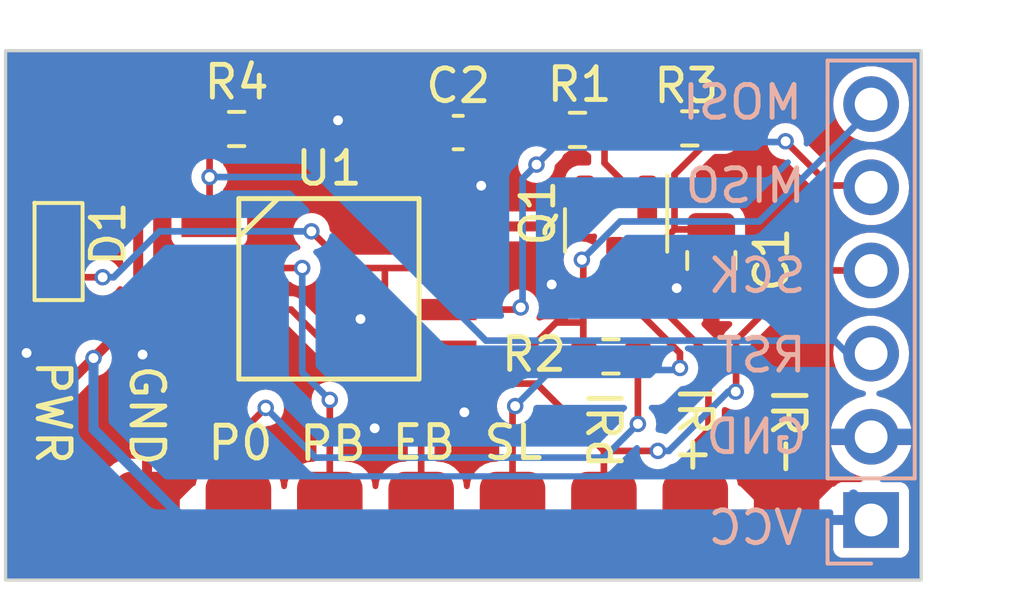
<source format=kicad_pcb>
(kicad_pcb (version 20221018) (generator pcbnew)
  (layers (0 "F.Cu" signal) (31 "B.Cu" signal) (34 "B.Paste" user) (35 "F.Paste" user) (36 "B.SilkS" user "B.Silkscreen") (37 "F.SilkS" user "F.Silkscreen") (38 "B.Mask" user) (39 "F.Mask" user) (44 "Edge.Cuts" user))
  (net 0 "")
  (net 1 "GND")
  (net 2 "VCC")
  (net 3 "/IRd")
  (net 4 "/SL")
  (net 5 "/PO")
  (net 6 "/IRs")
  (net 7 "/IR+")
  (net 8 "/PB")
  (net 9 "/EB")
  (net 10 "Net-(Q1-B)")
  (net 11 "Net-(J2-Pin_3)")
  (net 12 "Net-(J2-Pin_5)")
  (net 13 "Net-(J2-Pin_6)")
  (footprint "Resistor_SMD:R_0603_1608Metric" (layer "F.Cu") (at 82.991 74.937 180)
    (fp_text reference "R3" (at 0.107 1.297) (layer "F.SilkS"))
    (fp_text value "100R")
    (fp_line (start -0.237258 -0.5225) (end 0.237258 -0.5225) (stroke (width 0.12)) (layer "F.SilkS"))
    (fp_line (start -0.237258 0.5225) (end 0.237258 0.5225) (stroke (width 0.12)) (layer "F.SilkS"))
    (pad "1" smd roundrect (at -0.825 0 180) (size 0.8 0.95) (layers "F.Cu" "F.Paste" "F.Mask") (net 7 "/IR+"))
    (pad "2" smd roundrect (at 0.825 0 180) (size 0.8 0.95) (layers "F.Cu" "F.Paste" "F.Mask") (net 2 "VCC"))
  )
  (footprint "Resistor_SMD:R_0603_1608Metric" (layer "F.Cu") (at 69.165 74.956)
    (fp_text reference "R4" (at 0 -1.43) (layer "F.SilkS"))
    (fp_text value "10k")
    (fp_line (start -0.237258 -0.5225) (end 0.237258 -0.5225) (stroke (width 0.12)) (layer "F.SilkS"))
    (fp_line (start -0.237258 0.5225) (end 0.237258 0.5225) (stroke (width 0.12)) (layer "F.SilkS"))
    (pad "1" smd roundrect (at -0.825 0) (size 0.8 0.95) (layers "F.Cu" "F.Paste" "F.Mask") (net 11 "Net-(J2-Pin_3)"))
    (pad "2" smd roundrect (at 0.825 0) (size 0.8 0.95) (layers "F.Cu" "F.Paste" "F.Mask") (net 2 "VCC"))
  )
  (footprint "Package_TO_SOT_SMD:SOT-23" (layer "F.Cu") (at 80.743 78.052 -90)
    (fp_text reference "Q1" (at -0.537 2.388 90) (layer "F.SilkS"))
    (fp_text value "2N3906")
    (fp_line (start 0 -1.56) (end -1.675 -1.56) (stroke (width 0.12)) (layer "F.SilkS"))
    (fp_line (start 0 -1.56) (end 0.65 -1.56) (stroke (width 0.12)) (layer "F.SilkS"))
    (fp_line (start 0 1.56) (end -0.65 1.56) (stroke (width 0.12)) (layer "F.SilkS"))
    (fp_line (start 0 1.56) (end 0.65 1.56) (stroke (width 0.12)) (layer "F.SilkS"))
    (pad "1" smd roundrect (at -0.9375 -0.95 270) (size 1.475 0.6) (layers "F.Cu" "F.Paste" "F.Mask") (net 10 "Net-(Q1-B)"))
    (pad "2" smd roundrect (at -0.9375 0.95 270) (size 1.475 0.6) (layers "F.Cu" "F.Paste" "F.Mask") (net 2 "VCC"))
    (pad "3" smd roundrect (at 0.9375 0 270) (size 1.475 0.6) (layers "F.Cu" "F.Paste" "F.Mask") (net 4 "/SL"))
  )
  (footprint "Library:SMDPAD" (layer "F.Cu") (at 83.158375 86.923 90)
    (fp_text reference "TP9" hide)
    (fp_text value "SMD2")
    (pad "1" smd roundrect (at 0 0 90) (size 3 2) (layers "F.Cu" "F.Paste" "F.Mask") (net 7 "/IR+"))
  )
  (footprint "Diode_SMD:D_0603_1608Metric" (layer "F.Cu") (at 63.735 78.695 90)
    (fp_text reference "D1" (at 0.541 1.512 270) (layer "F.SilkS"))
    (fp_text value "D_Schottky")
    (fp_line (start -1.485 -0.735) (end -1.485 0.735) (stroke (width 0.12)) (layer "F.SilkS"))
    (fp_line (start -1.485 0.735) (end 1.46 0.73) (stroke (width 0.12)) (layer "F.SilkS"))
    (fp_line (start 1.48 -0.745) (end 1.48 0.725) (stroke (width 0.12)) (layer "F.SilkS"))
    (fp_line (start 1.49 -0.735) (end -1.485 -0.735) (stroke (width 0.12)) (layer "F.SilkS"))
    (pad "1" smd roundrect (at -0.7875 0 90) (size 0.875 0.95) (layers "F.Cu" "F.Paste" "F.Mask") (net 3 "/IRd"))
    (pad "2" smd roundrect (at 0.7875 0 90) (size 0.875 0.95) (layers "F.Cu" "F.Paste" "F.Mask") (net 6 "/IRs"))
  )
  (footprint "Library:SMDPAD" (layer "F.Cu") (at 72.007875 86.923 90)
    (fp_text reference "TP6" hide)
    (fp_text value "SMD2")
    (pad "1" smd roundrect (at 0 0 90) (size 3 2) (layers "F.Cu" "F.Paste" "F.Mask") (net 8 "/PB"))
  )
  (footprint "Library:SMDPAD" (layer "F.Cu") (at 74.7955 86.923 90)
    (fp_text reference "TP7" hide)
    (fp_text value "SMD2")
    (pad "1" smd roundrect (at 0 0 90) (size 3 2) (layers "F.Cu" "F.Paste" "F.Mask") (net 9 "/EB"))
  )
  (footprint "Library:SMDPAD" (layer "F.Cu") (at 66.432625 86.923 90)
    (fp_text reference "TP2" hide)
    (fp_text value "SMD2")
    (pad "1" smd roundrect (at 0 0 90) (size 3 2) (layers "F.Cu" "F.Paste" "F.Mask") (net 1 "GND"))
  )
  (footprint "Library:SMDPAD" (layer "F.Cu") (at 69.22025 86.923 90)
    (fp_text reference "TP4" hide)
    (fp_text value "SMD2")
    (pad "1" smd roundrect (at 0 0 90) (size 3 2) (layers "F.Cu" "F.Paste" "F.Mask") (net 5 "/PO"))
  )
  (footprint "Library:SMDPAD" (layer "F.Cu") (at 80.37075 86.923 90)
    (fp_text reference "TP5" hide)
    (fp_text value "SMD2")
    (pad "1" smd roundrect (at 0 0 90) (size 3 2) (layers "F.Cu" "F.Paste" "F.Mask") (net 3 "/IRd"))
  )
  (footprint "Library:SMDPAD" (layer "F.Cu") (at 63.645 74.592 90)
    (fp_text reference "TP8" hide)
    (fp_text value "SMD2")
    (pad "1" smd roundrect (at 0 0 90) (size 3 2) (layers "F.Cu" "F.Paste" "F.Mask") (net 6 "/IRs"))
  )
  (footprint "Resistor_SMD:R_0603_1608Metric" (layer "F.Cu") (at 80.585 81.9 180)
    (fp_text reference "R2" (at 2.349 0.06) (layer "F.SilkS"))
    (fp_text value "10k")
    (fp_line (start -0.237258 -0.5225) (end 0.237258 -0.5225) (stroke (width 0.12)) (layer "F.SilkS"))
    (fp_line (start -0.237258 0.5225) (end 0.237258 0.5225) (stroke (width 0.12)) (layer "F.SilkS"))
    (pad "1" smd roundrect (at -0.825 0 180) (size 0.8 0.95) (layers "F.Cu" "F.Paste" "F.Mask") (net 5 "/PO"))
    (pad "2" smd roundrect (at 0.825 0 180) (size 0.8 0.95) (layers "F.Cu" "F.Paste" "F.Mask") (net 13 "Net-(J2-Pin_6)"))
  )
  (footprint "Library:SMDPAD" (layer "F.Cu") (at 77.583125 86.923 90)
    (fp_text reference "TP3" hide)
    (fp_text value "SMD2")
    (pad "1" smd roundrect (at 0 0 90) (size 3 2) (layers "F.Cu" "F.Paste" "F.Mask") (net 4 "/SL"))
  )
  (footprint "Capacitor_SMD:C_0603_1608Metric" (layer "F.Cu") (at 75.927 75.064)
    (fp_text reference "C2" (at 0 -1.43) (layer "F.SilkS"))
    (fp_text value "0.1uF")
    (fp_line (start -0.14058 -0.51) (end 0.14058 -0.51) (stroke (width 0.12)) (layer "F.SilkS"))
    (fp_line (start -0.14058 0.51) (end 0.14058 0.51) (stroke (width 0.12)) (layer "F.SilkS"))
    (pad "1" smd roundrect (at -0.775 0) (size 0.9 0.95) (layers "F.Cu" "F.Paste" "F.Mask") (net 2 "VCC"))
    (pad "2" smd roundrect (at 0.775 0) (size 0.9 0.95) (layers "F.Cu" "F.Paste" "F.Mask") (net 1 "GND"))
  )
  (footprint "Resistor_SMD:R_0603_1608Metric" (layer "F.Cu") (at 79.565 74.982 180)
    (fp_text reference "R1" (at -0.064 1.383) (layer "F.SilkS"))
    (fp_text value "10k")
    (fp_line (start -0.237258 -0.5225) (end 0.237258 -0.5225) (stroke (width 0.12)) (layer "F.SilkS"))
    (fp_line (start -0.237258 0.5225) (end 0.237258 0.5225) (stroke (width 0.12)) (layer "F.SilkS"))
    (pad "1" smd roundrect (at -0.825 0 180) (size 0.8 0.95) (layers "F.Cu" "F.Paste" "F.Mask") (net 10 "Net-(Q1-B)"))
    (pad "2" smd roundrect (at 0.825 0 180) (size 0.8 0.95) (layers "F.Cu" "F.Paste" "F.Mask") (net 12 "Net-(J2-Pin_5)"))
  )
  (footprint "Library:SMDPAD" (layer "F.Cu") (at 63.645 86.923 90)
    (fp_text reference "TP1" hide)
    (fp_text value "SMD2")
    (pad "1" smd roundrect (at 0 0 90) (size 3 2) (layers "F.Cu" "F.Paste" "F.Mask") (net 2 "VCC"))
  )
  (footprint "Capacitor_SMD:C_0805_2012Metric" (layer "F.Cu") (at 83.648 78.972 -90)
    (fp_text reference "C1" (at -0.028 -1.845 90) (layer "F.SilkS"))
    (fp_text value "4.7uF")
    (fp_line (start -0.261252 -0.735) (end 0.261252 -0.735) (stroke (width 0.12)) (layer "F.SilkS"))
    (fp_line (start -0.261252 0.735) (end 0.261252 0.735) (stroke (width 0.12)) (layer "F.SilkS"))
    (pad "1" smd roundrect (at -0.95 0 270) (size 1 1.45) (layers "F.Cu" "F.Paste" "F.Mask") (net 7 "/IR+"))
    (pad "2" smd roundrect (at 0.95 0 270) (size 1 1.45) (layers "F.Cu" "F.Paste" "F.Mask") (net 1 "GND"))
  )
  (footprint "Library:SMDPAD" (layer "F.Cu") (at 85.946 86.923 90)
    (fp_text reference "TP10" hide)
    (fp_text value "SMD2")
    (pad "1" smd roundrect (at 0 0 90) (size 3 2) (layers "F.Cu" "F.Paste" "F.Mask") (net 1 "GND"))
  )
  (footprint "Package_SO:SOIC-8W_5.3x5.3mm_P1.27mm" (layer "F.Cu") (at 71.982 79.836)
    (fp_text reference "U1" (at 0 -3.68) (layer "F.SilkS"))
    (fp_text value "ATtiny45-20S")
    (fp_line (start -2.75 -2.755) (end 2.75 -2.755) (stroke (width 0.15)) (layer "F.SilkS"))
    (fp_line (start -2.75 2.755) (end -2.75 -2.755) (stroke (width 0.15)) (layer "F.SilkS"))
    (fp_line (start -2.75 2.755) (end 2.75 2.755) (stroke (width 0.15)) (layer "F.SilkS"))
    (fp_line (start -2.74 -1.59) (end -1.56 -2.75) (stroke (width 0.15)) (layer "F.SilkS"))
    (fp_line (start 2.75 -2.755) (end 2.75 2.455) (stroke (width 0.15)) (layer "F.SilkS"))
    (fp_line (start 2.75 2.755) (end 2.75 2.455) (stroke (width 0.15)) (layer "F.SilkS"))
    (pad "1" smd rect (at -3.65 -1.905) (size 1.7 0.65) (layers "F.Cu" "F.Paste" "F.Mask") (net 11 "Net-(J2-Pin_3)"))
    (pad "2" smd rect (at -3.65 -0.635) (size 1.7 0.65) (layers "F.Cu" "F.Paste" "F.Mask") (net 8 "/PB"))
    (pad "3" smd rect (at -3.65 0.635) (size 1.7 0.65) (layers "F.Cu" "F.Paste" "F.Mask") (net 9 "/EB"))
    (pad "4" smd rect (at -3.65 1.905) (size 1.7 0.65) (layers "F.Cu" "F.Paste" "F.Mask") (net 1 "GND"))
    (pad "5" smd rect (at 3.65 1.905) (size 1.7 0.65) (layers "F.Cu" "F.Paste" "F.Mask") (net 13 "Net-(J2-Pin_6)"))
    (pad "6" smd rect (at 3.65 0.635) (size 1.7 0.65) (layers "F.Cu" "F.Paste" "F.Mask") (net 12 "Net-(J2-Pin_5)"))
    (pad "7" smd rect (at 3.65 -0.635) (size 1.7 0.65) (layers "F.Cu" "F.Paste" "F.Mask") (net 3 "/IRd"))
    (pad "8" smd rect (at 3.65 -1.905) (size 1.7 0.65) (layers "F.Cu" "F.Paste" "F.Mask") (net 2 "VCC"))
  )
  (footprint "Connector_PinHeader_2.54mm:PinHeader_1x06_P2.54mm_Vertical" (layer "B.Cu") (at 88.524 86.895)
    (fp_text reference "J2" hide)
    (fp_text value "Conn_01x06")
    (fp_line (start -1.33 -14.03) (end 1.33 -14.03) (stroke (width 0.12)) (layer "B.SilkS"))
    (fp_line (start -1.33 -1.27) (end -1.33 -14.03) (stroke (width 0.12)) (layer "B.SilkS"))
    (fp_line (start -1.33 -1.27) (end 1.33 -1.27) (stroke (width 0.12)) (layer "B.SilkS"))
    (fp_line (start -1.33 0) (end -1.33 1.33) (stroke (width 0.12)) (layer "B.SilkS"))
    (fp_line (start -1.33 1.33) (end 0 1.33) (stroke (width 0.12)) (layer "B.SilkS"))
    (fp_line (start 1.33 -1.27) (end 1.33 -14.03) (stroke (width 0.12)) (layer "B.SilkS"))
    (pad "1" thru_hole rect (at 0 0) (size 1.7 1.7) (drill 1) (layers "*.Cu" "*.Mask") (net 2 "VCC"))
    (pad "2" thru_hole oval (at 0 -2.54) (size 1.7 1.7) (drill 1) (layers "*.Cu" "*.Mask") (net 1 "GND"))
    (pad "3" thru_hole oval (at 0 -5.08) (size 1.7 1.7) (drill 1) (layers "*.Cu" "*.Mask") (net 11 "Net-(J2-Pin_3)"))
    (pad "4" thru_hole oval (at 0 -7.62) (size 1.7 1.7) (drill 1) (layers "*.Cu" "*.Mask") (net 3 "/IRd"))
    (pad "5" thru_hole oval (at 0 -10.16) (size 1.7 1.7) (drill 1) (layers "*.Cu" "*.Mask") (net 12 "Net-(J2-Pin_5)"))
    (pad "6" thru_hole oval (at 0 -12.7) (size 1.7 1.7) (drill 1) (layers "*.Cu" "*.Mask") (net 13 "Net-(J2-Pin_6)"))
  )
  (gr_rect (start 62.115 72.564) (end 90.05 88.729) (stroke (width 0.1)) (fill none) (layer "Edge.Cuts"))
  (gr_text "SCK" (at 86.619 80.02) (layer "B.SilkS") (effects (font (size 1 1)) (justify left bottom mirror)))
  (gr_text "VCC" (at 86.525 87.716) (layer "B.SilkS") (effects (font (size 1 1)) (justify left bottom mirror)))
  (gr_text "MISO" (at 86.589 77.269) (layer "B.SilkS") (effects (font (size 1 1)) (justify left bottom mirror)))
  (gr_text "GND" (at 86.647 84.937) (layer "B.SilkS") (effects (font (size 1 1)) (justify left bottom mirror)))
  (gr_text "RST" (at 86.619 82.448) (layer "B.SilkS") (effects (font (size 1 1)) (justify left bottom mirror)))
  (gr_text "MOSI" (at 86.506 74.727) (layer "B.SilkS") (effects (font (size 1 1)) (justify left bottom mirror)))
  (gr_text "IRd" (at 79.773 82.845548 -90) (layer "F.SilkS") (effects (font (size 1 1)) (justify left bottom)))
  (gr_text "P0" (at 68.206 85.13) (layer "F.SilkS") (effects (font (size 1 1)) (justify left bottom)))
  (gr_text "IR+" (at 82.572 82.710215 270) (layer "F.SilkS") (effects (font (size 1 1)) (justify left bottom)))
  (gr_text "PB" (at 71.003 85.149) (layer "F.SilkS") (effects (font (size 1 1)) (justify left bottom)))
  (gr_text "IR-" (at 85.41 82.756215 270) (layer "F.SilkS") (effects (font (size 1 1)) (justify left bottom)))
  (gr_text "GND" (at 65.843 82.078881 270) (layer "F.SilkS") (effects (font (size 1 1)) (justify left bottom)))
  (gr_text "EB" (at 73.828 85.112) (layer "F.SilkS") (effects (font (size 1 1)) (justify left bottom)))
  (gr_text "PWR" (at 62.982 81.937643 -90) (layer "F.SilkS") (effects (font (size 1 1)) (justify left bottom)))
  (gr_text "SL" (at 76.629 85.118) (layer "F.SilkS") (effects (font (size 1 1)) (justify left bottom)))
  (segment (start 68.332 82.725) (end 68.332 81.741) (width 0.3048) (layer "F.Cu") (net 1))
  (segment (start 66.432625 84.624375) (end 68.332 82.725) (width 0.3048) (layer "F.Cu") (net 1))
  (segment (start 66.432625 86.923) (end 66.432625 84.624375) (width 0.3048) (layer "F.Cu") (net 1))
  (segment (start 83.543 79.815) (end 83.649 79.921) (width 0.3048) (layer "F.Cu") (net 1))
  (segment (start 82.592 79.815) (end 83.543 79.815) (width 0.3048) (layer "F.Cu") (net 1))
  (via (at 66.296 81.843) (size 0.5) (drill 0.3) (layers "F.Cu" "B.Cu") (net 1))
  (via (at 82.592 79.815) (size 0.5) (drill 0.3) (layers "F.Cu" "B.Cu") (net 1))
  (via (at 76.628 76.687) (size 0.5) (drill 0.3) (layers "F.Cu" "B.Cu") (net 1))
  (via (at 76.113 83.606) (size 0.5) (drill 0.3) (layers "F.Cu" "B.Cu") (net 1))
  (via (at 72.259 74.692) (size 0.5) (drill 0.3) (layers "F.Cu" "B.Cu") (net 1))
  (via (at 72.945 80.759) (size 0.5) (drill 0.3) (layers "F.Cu" "B.Cu") (net 1))
  (via (at 73.378 84.094) (size 0.5) (drill 0.3) (layers "F.Cu" "B.Cu") (net 1))
  (via (at 62.757 81.795) (size 0.5) (drill 0.3) (layers "F.Cu" "B.Cu") (net 1))
  (via (at 78.778 79.703) (size 0.5) (drill 0.3) (layers "F.Cu" "B.Cu") (net 1))
  (segment (start 66.162 80.588) (end 66.162 74.988) (width 0.3048) (layer "F.Cu") (net 2))
  (segment (start 63.645 83.105) (end 64.7995 81.9505) (width 0.3048) (layer "F.Cu") (net 2))
  (segment (start 69.99 74.956) (end 69.99 73.481) (width 0.3048) (layer "F.Cu") (net 2))
  (segment (start 75.632 77.931) (end 75.152 77.451) (width 0.3048) (layer "F.Cu") (net 2))
  (segment (start 80.709 73.48) (end 82.166 74.937) (width 0.3048) (layer "F.Cu") (net 2))
  (segment (start 75.632 77.931) (end 78.9765 77.931) (width 0.3048) (layer "F.Cu") (net 2))
  (segment (start 78.9765 77.931) (end 79.793 77.1145) (width 0.3048) (layer "F.Cu") (net 2))
  (segment (start 63.645 86.923) (end 63.645 83.105) (width 0.3048) (layer "F.Cu") (net 2))
  (segment (start 75.447 73.48) (end 80.709 73.48) (width 0.3048) (layer "F.Cu") (net 2))
  (segment (start 69.99 73.481) (end 69.991 73.48) (width 0.3048) (layer "F.Cu") (net 2))
  (segment (start 69.991 73.48) (end 75.447 73.48) (width 0.3048) (layer "F.Cu") (net 2))
  (segment (start 64.7995 81.9505) (end 66.162 80.588) (width 0.3048) (layer "F.Cu") (net 2))
  (segment (start 75.447 73.48) (end 75.447 74.769) (width 0.3048) (layer "F.Cu") (net 2))
  (segment (start 75.447 74.769) (end 75.152 75.064) (width 0.3048) (layer "F.Cu") (net 2))
  (segment (start 66.162 74.988) (end 67.67 73.48) (width 0.3048) (layer "F.Cu") (net 2))
  (segment (start 67.67 73.48) (end 69.991 73.48) (width 0.3048) (layer "F.Cu") (net 2))
  (segment (start 75.152 77.451) (end 75.152 75.064) (width 0.3048) (layer "F.Cu") (net 2))
  (via (at 64.7995 81.9505) (size 0.5) (drill 0.3) (layers "F.Cu" "B.Cu") (net 2))
  (segment (start 64.7995 84.1205) (end 66.792 86.113) (width 0.3048) (layer "B.Cu") (net 2))
  (segment (start 88.524 86.895) (end 67.574 86.895) (width 0.3048) (layer "B.Cu") (net 2))
  (segment (start 67.574 86.895) (end 64.7995 84.1205) (width 0.3048) (layer "B.Cu") (net 2))
  (segment (start 64.7995 81.9505) (end 64.7995 84.1205) (width 0.3048) (layer "B.Cu") (net 2))
  (segment (start 87.984 86.113) (end 88.766 86.895) (width 0.3048) (layer "B.Cu") (net 2))
  (segment (start 72.567 79.201) (end 71.447 78.081) (width 0.2032) (layer "F.Cu") (net 3))
  (segment (start 80.37275 84.786) (end 80.37075 84.788) (width 0.2032) (layer "F.Cu") (net 3))
  (segment (start 84.404 81.41) (end 86.539 79.275) (width 0.2032) (layer "F.Cu") (net 3))
  (segment (start 86.539 79.275) (end 88.766 79.275) (width 0.2032) (layer "F.Cu") (net 3))
  (segment (start 82.017 84.786) (end 80.37275 84.786) (width 0.2032) (layer "F.Cu") (net 3))
  (segment (start 84.404 82.963) (end 84.404 81.41) (width 0.2032) (layer "F.Cu") (net 3))
  (segment (start 80.37075 84.788) (end 80.37075 84.78075) (width 0.2032) (layer "F.Cu") (net 3))
  (segment (start 75.632 79.201) (end 73.688 79.201) (width 0.2032) (layer "F.Cu") (net 3))
  (segment (start 73.688 81.905) (end 73.688 79.201) (width 0.2032) (layer "F.Cu") (net 3))
  (segment (start 80.37075 86.923) (end 80.37075 84.788) (width 0.2032) (layer "F.Cu") (net 3))
  (segment (start 84.391 82.976) (end 84.404 82.963) (width 0.2032) (layer "F.Cu") (net 3))
  (segment (start 73.688 79.201) (end 72.567 79.201) (width 0.2032) (layer "F.Cu") (net 3))
  (segment (start 78.321 82.731) (end 74.511 82.731) (width 0.2032) (layer "F.Cu") (net 3))
  (segment (start 65.078 79.4825) (end 63.735 79.4825) (width 0.2032) (layer "F.Cu") (net 3))
  (segment (start 74.511 82.731) (end 73.763 81.983) (width 0.2032) (layer "F.Cu") (net 3))
  (segment (start 80.37075 84.78075) (end 78.321 82.731) (width 0.2032) (layer "F.Cu") (net 3))
  (via (at 71.447 78.081) (size 0.5) (drill 0.3) (layers "F.Cu" "B.Cu") (net 3))
  (via (at 84.391 82.976) (size 0.5) (drill 0.3) (layers "F.Cu" "B.Cu") (net 3))
  (via (at 65.078 79.4825) (size 0.5) (drill 0.3) (layers "F.Cu" "B.Cu") (net 3))
  (via (at 82.017 84.786) (size 0.5) (drill 0.3) (layers "F.Cu" "B.Cu") (net 3))
  (segment (start 82.353 84.786) (end 82.017 84.786) (width 0.2032) (layer "B.Cu") (net 3))
  (segment (start 65.4125 79.4825) (end 66.814 78.081) (width 0.2032) (layer "B.Cu") (net 3))
  (segment (start 84.391 82.976) (end 84.163 82.976) (width 0.2032) (layer "B.Cu") (net 3))
  (segment (start 84.163 82.976) (end 82.353 84.786) (width 0.2032) (layer "B.Cu") (net 3))
  (segment (start 65.078 79.4825) (end 65.4125 79.4825) (width 0.2032) (layer "B.Cu") (net 3))
  (segment (start 66.814 78.081) (end 71.447 78.081) (width 0.2032) (layer "B.Cu") (net 3))
  (segment (start 80.743 79.85) (end 80.743 78.9895) (width 0.2032) (layer "F.Cu") (net 4))
  (segment (start 82.691 81.798) (end 80.743 79.85) (width 0.2032) (layer "F.Cu") (net 4))
  (segment (start 82.691 82.254) (end 82.691 81.798) (width 0.2032) (layer "F.Cu") (net 4))
  (segment (start 77.583125 83.497875) (end 77.583125 86.923) (width 0.2032) (layer "F.Cu") (net 4))
  (segment (start 77.664 83.417) (end 77.583125 83.497875) (width 0.2032) (layer "F.Cu") (net 4))
  (via (at 82.691 82.254) (size 0.5) (drill 0.3) (layers "F.Cu" "B.Cu") (net 4))
  (via (at 77.664 83.417) (size 0.5) (drill 0.3) (layers "F.Cu" "B.Cu") (net 4))
  (segment (start 77.664 83.417) (end 78.766 82.315) (width 0.2032) (layer "B.Cu") (net 4))
  (segment (start 82.63 82.315) (end 82.691 82.254) (width 0.2032) (layer "B.Cu") (net 4))
  (segment (start 78.766 82.315) (end 82.63 82.315) (width 0.2032) (layer "B.Cu") (net 4))
  (segment (start 69.22025 86.923) (end 69.22025 84.30275) (width 0.2032) (layer "F.Cu") (net 5))
  (segment (start 81.408 83.961) (end 81.408 81.902) (width 0.2032) (layer "F.Cu") (net 5))
  (segment (start 69.22025 84.30275) (end 70.052 83.471) (width 0.2032) (layer "F.Cu") (net 5))
  (via (at 81.408 83.961) (size 0.5) (drill 0.3) (layers "F.Cu" "B.Cu") (net 5))
  (via (at 70.052 83.471) (size 0.5) (drill 0.3) (layers "F.Cu" "B.Cu") (net 5))
  (segment (start 80.379 84.99) (end 71.571 84.99) (width 0.2032) (layer "B.Cu") (net 5))
  (segment (start 81.408 83.961) (end 80.379 84.99) (width 0.2032) (layer "B.Cu") (net 5))
  (segment (start 71.571 84.99) (end 70.052 83.471) (width 0.2032) (layer "B.Cu") (net 5))
  (segment (start 63.645 74.592) (end 63.645 77.8175) (width 0.2032) (layer "F.Cu") (net 6))
  (segment (start 81.927 80.222) (end 81.927 78.62) (width 0.2032) (layer "F.Cu") (net 7))
  (segment (start 83.56 81.855) (end 81.927 80.222) (width 0.2032) (layer "F.Cu") (net 7))
  (segment (start 83.56 84.16) (end 83.56 81.855) (width 0.2032) (layer "F.Cu") (net 7))
  (segment (start 81.927 78.62) (end 82.525 78.022) (width 0.2032) (layer "F.Cu") (net 7))
  (segment (start 82.772 76.097) (end 83.816 75.053) (width 0.2032) (layer "F.Cu") (net 7))
  (segment (start 82.525 76.344) (end 82.772 76.097) (width 0.2032) (layer "F.Cu") (net 7))
  (segment (start 83.158375 84.561625) (end 83.56 84.16) (width 0.2032) (layer "F.Cu") (net 7))
  (segment (start 82.525 78.022) (end 83.648 78.022) (width 0.2032) (layer "F.Cu") (net 7))
  (segment (start 82.525 78.022) (end 82.525 76.344) (width 0.2032) (layer "F.Cu") (net 7))
  (segment (start 83.158375 86.923) (end 83.158375 84.561625) (width 0.2032) (layer "F.Cu") (net 7))
  (segment (start 72.007875 86.923) (end 72.007875 83.228) (width 0.2032) (layer "F.Cu") (net 8))
  (segment (start 71.167 79.201) (end 68.332 79.201) (width 0.2032) (layer "F.Cu") (net 8))
  (via (at 71.167 79.201) (size 0.5) (drill 0.3) (layers "F.Cu" "B.Cu") (net 8))
  (via (at 72.007875 83.228) (size 0.5) (drill 0.3) (layers "F.Cu" "B.Cu") (net 8))
  (segment (start 71.167 82.387125) (end 72.007875 83.228) (width 0.2032) (layer "B.Cu") (net 8))
  (segment (start 71.167 79.201) (end 71.167 82.387125) (width 0.2032) (layer "B.Cu") (net 8))
  (segment (start 68.332 80.471) (end 70.829 80.471) (width 0.2032) (layer "F.Cu") (net 9))
  (segment (start 74.7955 84.4375) (end 74.7955 86.923) (width 0.2032) (layer "F.Cu") (net 9))
  (segment (start 70.829 80.471) (end 74.7955 84.4375) (width 0.2032) (layer "F.Cu") (net 9))
  (segment (start 80.39 74.982) (end 80.39 75.995) (width 0.2032) (layer "F.Cu") (net 10))
  (segment (start 80.39 75.995) (end 81.5095 77.1145) (width 0.2032) (layer "F.Cu") (net 10))
  (segment (start 68.34 74.956) (end 68.34 76.423) (width 0.2032) (layer "F.Cu") (net 11))
  (segment (start 68.34 76.423) (end 68.34 77.923) (width 0.2032) (layer "F.Cu") (net 11))
  (via (at 68.34 76.423) (size 0.5) (drill 0.3) (layers "F.Cu" "B.Cu") (net 11))
  (segment (start 87.803 81.815) (end 88.766 81.815) (width 0.2032) (layer "B.Cu") (net 11))
  (segment (start 68.34 76.423) (end 71.777 76.423) (width 0.2032) (layer "B.Cu") (net 11))
  (segment (start 71.777 76.423) (end 76.772 81.418) (width 0.2032) (layer "B.Cu") (net 11))
  (segment (start 76.772 81.418) (end 87.406 81.418) (width 0.2032) (layer "B.Cu") (net 11))
  (segment (start 87.406 81.418) (end 87.803 81.815) (width 0.2032) (layer "B.Cu") (net 11))
  (segment (start 77.766 80.471) (end 75.632 80.471) (width 0.2032) (layer "F.Cu") (net 12))
  (segment (start 85.914 75.331) (end 87.264 76.681) (width 0.2032) (layer "F.Cu") (net 12))
  (segment (start 78.74 75.617) (end 78.314 76.043) (width 0.2032) (layer "F.Cu") (net 12))
  (segment (start 87.264 76.681) (end 88.712 76.681) (width 0.2032) (layer "F.Cu") (net 12))
  (segment (start 78.74 74.982) (end 78.74 75.617) (width 0.2032) (layer "F.Cu") (net 12))
  (segment (start 77.832 80.405) (end 77.766 80.471) (width 0.2032) (layer "F.Cu") (net 12))
  (via (at 85.914 75.331) (size 0.5) (drill 0.3) (layers "F.Cu" "B.Cu") (net 12))
  (via (at 78.314 76.043) (size 0.5) (drill 0.3) (layers "F.Cu" "B.Cu") (net 12))
  (via (at 77.832 80.405) (size 0.5) (drill 0.3) (layers "F.Cu" "B.Cu") (net 12))
  (segment (start 79.004 75.353) (end 78.314 76.043) (width 0.2032) (layer "B.Cu") (net 12))
  (segment (start 77.889 76.468) (end 78.314 76.043) (width 0.2032) (layer "B.Cu") (net 12))
  (segment (start 85.892 75.353) (end 79.004 75.353) (width 0.2032) (layer "B.Cu") (net 12))
  (segment (start 77.832 80.405) (end 77.889 80.348) (width 0.2032) (layer "B.Cu") (net 12))
  (segment (start 77.889 80.348) (end 77.889 76.468) (width 0.2032) (layer "B.Cu") (net 12))
  (segment (start 85.914 75.331) (end 85.892 75.353) (width 0.2032) (layer "B.Cu") (net 12))
  (segment (start 79.742 78.992) (end 79.742 80.861) (width 0.2032) (layer "F.Cu") (net 13))
  (segment (start 79.739 80.864) (end 79.742 80.861) (width 0.2032) (layer "F.Cu") (net 13))
  (segment (start 79.742 81.166) (end 79.742 81.882) (width 0.2032) (layer "F.Cu") (net 13))
  (segment (start 79.699 78.949) (end 79.742 78.992) (width 0.2032) (layer "F.Cu") (net 13))
  (segment (start 75.632 81.741) (end 78.038 81.741) (width 0.2032) (layer "F.Cu") (net 13))
  (segment (start 78.915 80.864) (end 79.739 80.864) (width 0.2032) (layer "F.Cu") (net 13))
  (segment (start 78.038 81.741) (end 78.915 80.864) (width 0.2032) (layer "F.Cu") (net 13))
  (segment (start 79.742 80.861) (end 79.742 81.166) (width 0.2032) (layer "F.Cu") (net 13))
  (via (at 79.699 78.949) (size 0.5) (drill 0.3) (layers "F.Cu" "B.Cu") (net 13))
  (segment (start 79.699 78.949) (end 80.869 77.779) (width 0.2032) (layer "B.Cu") (net 13))
  (segment (start 80.869 77.779) (end 85.113 77.779) (width 0.2032) (layer "B.Cu") (net 13))
  (segment (start 85.113 77.779) (end 88.654 74.238) (width 0.2032) (layer "B.Cu") (net 13))
  (segment (start 88.654 74.238) (end 88.723 74.238) (width 0.2032) (layer "B.Cu") (net 13))
  (zone (net 1) (net_name "GND") (layers "F&B.Cu") (connect_pads (clearance 0.3)) (min_thickness 0.18) (fill yes (thermal_gap 0.4) (thermal_bridge_width 0.5))
    (polygon (pts (xy 61.946 72.313) (xy 61.963 89.138) (xy 90.349 89.141) (xy 90.286 72.331)))
  )
)
</source>
